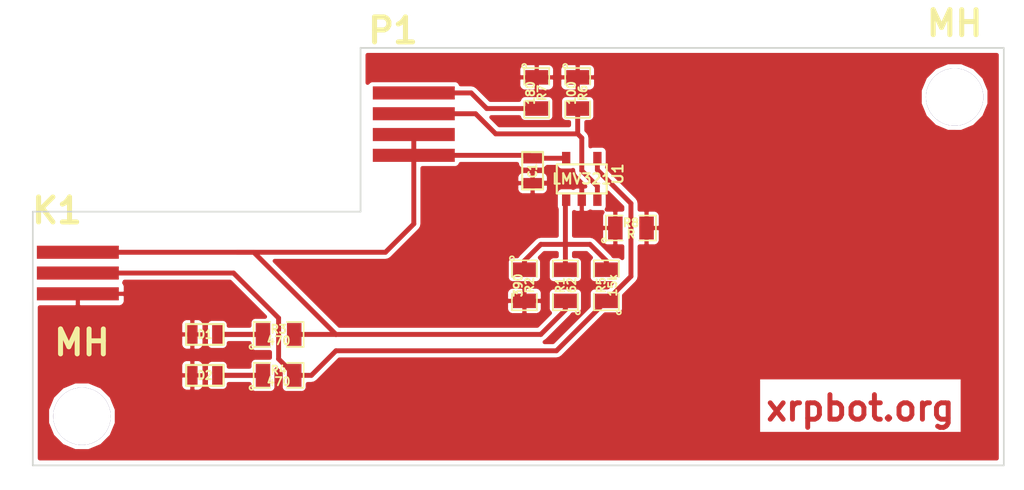
<source format=kicad_pcb>
(kicad_pcb (version 3) (host pcbnew "(2014-03-01 BZR 4730)-product")

  (general
    (links 26)
    (no_connects 1)
    (area 47.26617 64.622 151.98383 98.97446)
    (thickness 1.6)
    (drawings 8)
    (tracks 56)
    (zones 0)
    (modules 16)
    (nets 9)
  )

  (page A4)
  (layers
    (15 F.Cu signal)
    (0 B.Cu signal)
    (16 B.Adhes user)
    (17 F.Adhes user)
    (18 B.Paste user)
    (19 F.Paste user)
    (20 B.SilkS user)
    (21 F.SilkS user)
    (22 B.Mask user)
    (23 F.Mask user)
    (24 Dwgs.User user)
    (25 Cmts.User user)
    (26 Eco1.User user)
    (27 Eco2.User user)
    (28 Edge.Cuts user)
  )

  (setup
    (last_trace_width 0.3)
    (trace_clearance 0.254)
    (zone_clearance 0.254)
    (zone_45_only yes)
    (trace_min 0.254)
    (segment_width 0.2)
    (edge_width 0.1)
    (via_size 0.889)
    (via_drill 0.635)
    (via_min_size 0.889)
    (via_min_drill 0.508)
    (uvia_size 0.508)
    (uvia_drill 0.127)
    (uvias_allowed no)
    (uvia_min_size 0.508)
    (uvia_min_drill 0.127)
    (pcb_text_width 0.3)
    (pcb_text_size 1.5 1.5)
    (mod_edge_width 0.15)
    (mod_text_size 1 1)
    (mod_text_width 0.15)
    (pad_size 5.00126 0.8001)
    (pad_drill 0)
    (pad_to_mask_clearance 0)
    (aux_axis_origin 70 70)
    (grid_origin 70 70)
    (visible_elements FFFFFF7F)
    (pcbplotparams
      (layerselection 268435456)
      (usegerberextensions false)
      (excludeedgelayer true)
      (linewidth 0.150000)
      (plotframeref false)
      (viasonmask false)
      (mode 1)
      (useauxorigin false)
      (hpglpennumber 1)
      (hpglpenspeed 20)
      (hpglpendiameter 15)
      (hpglpenoverlay 2)
      (psnegative false)
      (psa4output false)
      (plotreference true)
      (plotvalue true)
      (plotothertext true)
      (plotinvisibletext false)
      (padsonsilk false)
      (subtractmaskfromsilk false)
      (outputformat 3)
      (mirror false)
      (drillshape 0)
      (scaleselection 1)
      (outputdirectory ""))
  )

  (net 0 "")
  (net 1 /Emitter-)
  (net 2 5V)
  (net 3 Detector-)
  (net 4 GND)
  (net 5 "Net-(D1-Pad1)")
  (net 6 "Net-(D2-Pad1)")
  (net 7 "Net-(R1-Pad2)")
  (net 8 OUT)

  (net_class Default "This is the default net class."
    (clearance 0.254)
    (trace_width 0.3)
    (via_dia 0.889)
    (via_drill 0.635)
    (uvia_dia 0.508)
    (uvia_drill 0.127)
    (add_net "")
    (add_net /Emitter-)
    (add_net 5V)
    (add_net Detector-)
    (add_net GND)
    (add_net "Net-(D1-Pad1)")
    (add_net "Net-(D2-Pad1)")
    (add_net "Net-(R1-Pad2)")
    (add_net OUT)
  )

  (module SMD_Packages:SM0603 (layer F.Cu) (tedit 53A1E630) (tstamp 53A1E68F)
    (at 80.5 87.5 180)
    (path /53A18D91)
    (attr smd)
    (fp_text reference D1 (at 0 0 180) (layer F.SilkS)
      (effects (font (size 0.508 0.4572) (thickness 0.1143)))
    )
    (fp_text value LED (at 0 0 180) (layer F.SilkS) hide
      (effects (font (size 0.508 0.4572) (thickness 0.1143)))
    )
    (fp_line (start -1.143 -0.635) (end 1.143 -0.635) (layer F.SilkS) (width 0.127))
    (fp_line (start 1.143 -0.635) (end 1.143 0.635) (layer F.SilkS) (width 0.127))
    (fp_line (start 1.143 0.635) (end -1.143 0.635) (layer F.SilkS) (width 0.127))
    (fp_line (start -1.143 0.635) (end -1.143 -0.635) (layer F.SilkS) (width 0.127))
    (pad 1 smd rect (at -0.762 0 180) (size 0.635 1.143) (layers F.Cu F.Paste F.Mask)
      (net 5 "Net-(D1-Pad1)"))
    (pad 2 smd rect (at 0.762 0 180) (size 0.635 1.143) (layers F.Cu F.Paste F.Mask)
      (net 4 GND))
    (model smd\resistors\R0603.wrl
      (at (xyz 0 0 0.001))
      (scale (xyz 0.5 0.5 0.5))
      (rotate (xyz 0 0 0))
    )
  )

  (module SMD_Packages:SM0603 (layer F.Cu) (tedit 53A1E630) (tstamp 53A1F9FC)
    (at 80.5 90 180)
    (path /53A18DA5)
    (attr smd)
    (fp_text reference D2 (at 0 0 180) (layer F.SilkS)
      (effects (font (size 0.508 0.4572) (thickness 0.1143)))
    )
    (fp_text value LED (at 0 0 180) (layer F.SilkS) hide
      (effects (font (size 0.508 0.4572) (thickness 0.1143)))
    )
    (fp_line (start -1.143 -0.635) (end 1.143 -0.635) (layer F.SilkS) (width 0.127))
    (fp_line (start 1.143 -0.635) (end 1.143 0.635) (layer F.SilkS) (width 0.127))
    (fp_line (start 1.143 0.635) (end -1.143 0.635) (layer F.SilkS) (width 0.127))
    (fp_line (start -1.143 0.635) (end -1.143 -0.635) (layer F.SilkS) (width 0.127))
    (pad 1 smd rect (at -0.762 0 180) (size 0.635 1.143) (layers F.Cu F.Paste F.Mask)
      (net 6 "Net-(D2-Pad1)"))
    (pad 2 smd rect (at 0.762 0 180) (size 0.635 1.143) (layers F.Cu F.Paste F.Mask)
      (net 4 GND))
    (model smd\resistors\R0603.wrl
      (at (xyz 0 0 0.001))
      (scale (xyz 0.5 0.5 0.5))
      (rotate (xyz 0 0 0))
    )
  )

  (module owncomp:FLATCONN_4 (layer F.Cu) (tedit 4F0DA6F5) (tstamp 53A1E6A1)
    (at 93.25 72.75 180)
    (path /53A18D1C)
    (fp_text reference P1 (at 1.27 3.81 180) (layer F.SilkS)
      (effects (font (thickness 0.3048)))
    )
    (fp_text value CONN_4 (at 1.27 6.35 180) (layer F.SilkS) hide
      (effects (font (thickness 0.3048)))
    )
    (pad 1 smd rect (at 0 -3.81 180) (size 5.00126 0.8001) (layers F.Cu F.Paste F.Mask)
      (net 2 5V))
    (pad 2 smd rect (at 0 -2.54 180) (size 5.00126 0.8001) (layers F.Cu F.Paste F.Mask)
      (net 2 5V))
    (pad 3 smd rect (at 0 -1.27 180) (size 5.00126 0.8001) (layers F.Cu F.Paste F.Mask)
      (net 3 Detector-))
    (pad 4 smd rect (at 0 0 180) (size 5.00126 0.8001) (layers F.Cu F.Paste F.Mask)
      (net 1 /Emitter-))
  )

  (module SMD_Packages:SM0805 (layer F.Cu) (tedit 53A1E630) (tstamp 53A1E6AE)
    (at 102.5 84.5 90)
    (path /53A19CF7)
    (attr smd)
    (fp_text reference R1 (at 0 -0.3175 90) (layer F.SilkS)
      (effects (font (size 0.50038 0.50038) (thickness 0.10922)))
    )
    (fp_text value 62 (at 0 0.381 90) (layer F.SilkS)
      (effects (font (size 0.50038 0.50038) (thickness 0.10922)))
    )
    (fp_circle (center -1.651 0.762) (end -1.651 0.635) (layer F.SilkS) (width 0.09906))
    (fp_line (start -0.508 0.762) (end -1.524 0.762) (layer F.SilkS) (width 0.09906))
    (fp_line (start -1.524 0.762) (end -1.524 -0.762) (layer F.SilkS) (width 0.09906))
    (fp_line (start -1.524 -0.762) (end -0.508 -0.762) (layer F.SilkS) (width 0.09906))
    (fp_line (start 0.508 -0.762) (end 1.524 -0.762) (layer F.SilkS) (width 0.09906))
    (fp_line (start 1.524 -0.762) (end 1.524 0.762) (layer F.SilkS) (width 0.09906))
    (fp_line (start 1.524 0.762) (end 0.508 0.762) (layer F.SilkS) (width 0.09906))
    (pad 1 smd rect (at -0.9525 0 90) (size 0.889 1.397) (layers F.Cu F.Paste F.Mask)
      (net 2 5V))
    (pad 2 smd rect (at 0.9525 0 90) (size 0.889 1.397) (layers F.Cu F.Paste F.Mask)
      (net 7 "Net-(R1-Pad2)"))
    (model smd/chip_cms.wrl
      (at (xyz 0 0 0))
      (scale (xyz 0.1 0.1 0.1))
      (rotate (xyz 0 0 0))
    )
  )

  (module SMD_Packages:SM0805 (layer F.Cu) (tedit 53A1E630) (tstamp 53A1E6BB)
    (at 100 84.5 270)
    (path /53A19D0B)
    (attr smd)
    (fp_text reference R2 (at 0 -0.3175 270) (layer F.SilkS)
      (effects (font (size 0.50038 0.50038) (thickness 0.10922)))
    )
    (fp_text value 390 (at 0 0.381 270) (layer F.SilkS)
      (effects (font (size 0.50038 0.50038) (thickness 0.10922)))
    )
    (fp_circle (center -1.651 0.762) (end -1.651 0.635) (layer F.SilkS) (width 0.09906))
    (fp_line (start -0.508 0.762) (end -1.524 0.762) (layer F.SilkS) (width 0.09906))
    (fp_line (start -1.524 0.762) (end -1.524 -0.762) (layer F.SilkS) (width 0.09906))
    (fp_line (start -1.524 -0.762) (end -0.508 -0.762) (layer F.SilkS) (width 0.09906))
    (fp_line (start 0.508 -0.762) (end 1.524 -0.762) (layer F.SilkS) (width 0.09906))
    (fp_line (start 1.524 -0.762) (end 1.524 0.762) (layer F.SilkS) (width 0.09906))
    (fp_line (start 1.524 0.762) (end 0.508 0.762) (layer F.SilkS) (width 0.09906))
    (pad 1 smd rect (at -0.9525 0 270) (size 0.889 1.397) (layers F.Cu F.Paste F.Mask)
      (net 7 "Net-(R1-Pad2)"))
    (pad 2 smd rect (at 0.9525 0 270) (size 0.889 1.397) (layers F.Cu F.Paste F.Mask)
      (net 4 GND))
    (model smd/chip_cms.wrl
      (at (xyz 0 0 0))
      (scale (xyz 0.1 0.1 0.1))
      (rotate (xyz 0 0 0))
    )
  )

  (module SMD_Packages:SM0805 (layer F.Cu) (tedit 53A1E630) (tstamp 53A1E6C8)
    (at 85 87.5)
    (path /53A18DB9)
    (attr smd)
    (fp_text reference R3 (at 0 -0.3175) (layer F.SilkS)
      (effects (font (size 0.50038 0.50038) (thickness 0.10922)))
    )
    (fp_text value 470 (at 0 0.381) (layer F.SilkS)
      (effects (font (size 0.50038 0.50038) (thickness 0.10922)))
    )
    (fp_circle (center -1.651 0.762) (end -1.651 0.635) (layer F.SilkS) (width 0.09906))
    (fp_line (start -0.508 0.762) (end -1.524 0.762) (layer F.SilkS) (width 0.09906))
    (fp_line (start -1.524 0.762) (end -1.524 -0.762) (layer F.SilkS) (width 0.09906))
    (fp_line (start -1.524 -0.762) (end -0.508 -0.762) (layer F.SilkS) (width 0.09906))
    (fp_line (start 0.508 -0.762) (end 1.524 -0.762) (layer F.SilkS) (width 0.09906))
    (fp_line (start 1.524 -0.762) (end 1.524 0.762) (layer F.SilkS) (width 0.09906))
    (fp_line (start 1.524 0.762) (end 0.508 0.762) (layer F.SilkS) (width 0.09906))
    (pad 1 smd rect (at -0.9525 0) (size 0.889 1.397) (layers F.Cu F.Paste F.Mask)
      (net 5 "Net-(D1-Pad1)"))
    (pad 2 smd rect (at 0.9525 0) (size 0.889 1.397) (layers F.Cu F.Paste F.Mask)
      (net 2 5V))
    (model smd/chip_cms.wrl
      (at (xyz 0 0 0))
      (scale (xyz 0.1 0.1 0.1))
      (rotate (xyz 0 0 0))
    )
  )

  (module SMD_Packages:SM0805 (layer F.Cu) (tedit 53A1E630) (tstamp 53A1E6D5)
    (at 85 90)
    (path /53A18DCD)
    (attr smd)
    (fp_text reference R4 (at 0 -0.3175) (layer F.SilkS)
      (effects (font (size 0.50038 0.50038) (thickness 0.10922)))
    )
    (fp_text value 470 (at 0 0.381) (layer F.SilkS)
      (effects (font (size 0.50038 0.50038) (thickness 0.10922)))
    )
    (fp_circle (center -1.651 0.762) (end -1.651 0.635) (layer F.SilkS) (width 0.09906))
    (fp_line (start -0.508 0.762) (end -1.524 0.762) (layer F.SilkS) (width 0.09906))
    (fp_line (start -1.524 0.762) (end -1.524 -0.762) (layer F.SilkS) (width 0.09906))
    (fp_line (start -1.524 -0.762) (end -0.508 -0.762) (layer F.SilkS) (width 0.09906))
    (fp_line (start 0.508 -0.762) (end 1.524 -0.762) (layer F.SilkS) (width 0.09906))
    (fp_line (start 1.524 -0.762) (end 1.524 0.762) (layer F.SilkS) (width 0.09906))
    (fp_line (start 1.524 0.762) (end 0.508 0.762) (layer F.SilkS) (width 0.09906))
    (pad 1 smd rect (at -0.9525 0) (size 0.889 1.397) (layers F.Cu F.Paste F.Mask)
      (net 6 "Net-(D2-Pad1)"))
    (pad 2 smd rect (at 0.9525 0) (size 0.889 1.397) (layers F.Cu F.Paste F.Mask)
      (net 8 OUT))
    (model smd/chip_cms.wrl
      (at (xyz 0 0 0))
      (scale (xyz 0.1 0.1 0.1))
      (rotate (xyz 0 0 0))
    )
  )

  (module SMD_Packages:SM0805 (layer F.Cu) (tedit 53A1E630) (tstamp 53A1E6E2)
    (at 105 84.5 90)
    (path /53A19674)
    (attr smd)
    (fp_text reference R5 (at 0 -0.3175 90) (layer F.SilkS)
      (effects (font (size 0.50038 0.50038) (thickness 0.10922)))
    )
    (fp_text value 15k (at 0 0.381 90) (layer F.SilkS)
      (effects (font (size 0.50038 0.50038) (thickness 0.10922)))
    )
    (fp_circle (center -1.651 0.762) (end -1.651 0.635) (layer F.SilkS) (width 0.09906))
    (fp_line (start -0.508 0.762) (end -1.524 0.762) (layer F.SilkS) (width 0.09906))
    (fp_line (start -1.524 0.762) (end -1.524 -0.762) (layer F.SilkS) (width 0.09906))
    (fp_line (start -1.524 -0.762) (end -0.508 -0.762) (layer F.SilkS) (width 0.09906))
    (fp_line (start 0.508 -0.762) (end 1.524 -0.762) (layer F.SilkS) (width 0.09906))
    (fp_line (start 1.524 -0.762) (end 1.524 0.762) (layer F.SilkS) (width 0.09906))
    (fp_line (start 1.524 0.762) (end 0.508 0.762) (layer F.SilkS) (width 0.09906))
    (pad 1 smd rect (at -0.9525 0 90) (size 0.889 1.397) (layers F.Cu F.Paste F.Mask)
      (net 8 OUT))
    (pad 2 smd rect (at 0.9525 0 90) (size 0.889 1.397) (layers F.Cu F.Paste F.Mask)
      (net 7 "Net-(R1-Pad2)"))
    (model smd/chip_cms.wrl
      (at (xyz 0 0 0))
      (scale (xyz 0.1 0.1 0.1))
      (rotate (xyz 0 0 0))
    )
  )

  (module SMD_Packages:SM0805 (layer F.Cu) (tedit 53A1E630) (tstamp 53A1E6EF)
    (at 103.25 72.75 270)
    (path /53A196A3)
    (attr smd)
    (fp_text reference R6 (at 0 -0.3175 270) (layer F.SilkS)
      (effects (font (size 0.50038 0.50038) (thickness 0.10922)))
    )
    (fp_text value 100 (at 0 0.381 270) (layer F.SilkS)
      (effects (font (size 0.50038 0.50038) (thickness 0.10922)))
    )
    (fp_circle (center -1.651 0.762) (end -1.651 0.635) (layer F.SilkS) (width 0.09906))
    (fp_line (start -0.508 0.762) (end -1.524 0.762) (layer F.SilkS) (width 0.09906))
    (fp_line (start -1.524 0.762) (end -1.524 -0.762) (layer F.SilkS) (width 0.09906))
    (fp_line (start -1.524 -0.762) (end -0.508 -0.762) (layer F.SilkS) (width 0.09906))
    (fp_line (start 0.508 -0.762) (end 1.524 -0.762) (layer F.SilkS) (width 0.09906))
    (fp_line (start 1.524 -0.762) (end 1.524 0.762) (layer F.SilkS) (width 0.09906))
    (fp_line (start 1.524 0.762) (end 0.508 0.762) (layer F.SilkS) (width 0.09906))
    (pad 1 smd rect (at -0.9525 0 270) (size 0.889 1.397) (layers F.Cu F.Paste F.Mask)
      (net 4 GND))
    (pad 2 smd rect (at 0.9525 0 270) (size 0.889 1.397) (layers F.Cu F.Paste F.Mask)
      (net 3 Detector-))
    (model smd/chip_cms.wrl
      (at (xyz 0 0 0))
      (scale (xyz 0.1 0.1 0.1))
      (rotate (xyz 0 0 0))
    )
  )

  (module SMD_Packages:SM0805 (layer F.Cu) (tedit 53A1E630) (tstamp 53A1E6FC)
    (at 100.75 72.75 270)
    (path /53A1975F)
    (attr smd)
    (fp_text reference R7 (at 0 -0.3175 270) (layer F.SilkS)
      (effects (font (size 0.50038 0.50038) (thickness 0.10922)))
    )
    (fp_text value 180 (at 0 0.381 270) (layer F.SilkS)
      (effects (font (size 0.50038 0.50038) (thickness 0.10922)))
    )
    (fp_circle (center -1.651 0.762) (end -1.651 0.635) (layer F.SilkS) (width 0.09906))
    (fp_line (start -0.508 0.762) (end -1.524 0.762) (layer F.SilkS) (width 0.09906))
    (fp_line (start -1.524 0.762) (end -1.524 -0.762) (layer F.SilkS) (width 0.09906))
    (fp_line (start -1.524 -0.762) (end -0.508 -0.762) (layer F.SilkS) (width 0.09906))
    (fp_line (start 0.508 -0.762) (end 1.524 -0.762) (layer F.SilkS) (width 0.09906))
    (fp_line (start 1.524 -0.762) (end 1.524 0.762) (layer F.SilkS) (width 0.09906))
    (fp_line (start 1.524 0.762) (end 0.508 0.762) (layer F.SilkS) (width 0.09906))
    (pad 1 smd rect (at -0.9525 0 270) (size 0.889 1.397) (layers F.Cu F.Paste F.Mask)
      (net 4 GND))
    (pad 2 smd rect (at 0.9525 0 270) (size 0.889 1.397) (layers F.Cu F.Paste F.Mask)
      (net 1 /Emitter-))
    (model smd/chip_cms.wrl
      (at (xyz 0 0 0))
      (scale (xyz 0.1 0.1 0.1))
      (rotate (xyz 0 0 0))
    )
  )

  (module SMD_Packages:SOT23-5 (layer F.Cu) (tedit 53A1E630) (tstamp 53A1E709)
    (at 103.5 78)
    (path /53A1964C)
    (attr smd)
    (fp_text reference U1 (at 2.19964 -0.29972 90) (layer F.SilkS)
      (effects (font (size 0.635 0.635) (thickness 0.127)))
    )
    (fp_text value LMV321 (at 0 0) (layer F.SilkS)
      (effects (font (size 0.635 0.635) (thickness 0.127)))
    )
    (fp_line (start 1.524 -0.889) (end 1.524 0.889) (layer F.SilkS) (width 0.127))
    (fp_line (start 1.524 0.889) (end -1.524 0.889) (layer F.SilkS) (width 0.127))
    (fp_line (start -1.524 0.889) (end -1.524 -0.889) (layer F.SilkS) (width 0.127))
    (fp_line (start -1.524 -0.889) (end 1.524 -0.889) (layer F.SilkS) (width 0.127))
    (pad 1 smd rect (at -0.9525 1.27) (size 0.508 0.762) (layers F.Cu F.Paste F.Mask)
      (net 7 "Net-(R1-Pad2)"))
    (pad 3 smd rect (at 0.9525 1.27) (size 0.508 0.762) (layers F.Cu F.Paste F.Mask)
      (net 3 Detector-))
    (pad 5 smd rect (at -0.9525 -1.27) (size 0.508 0.762) (layers F.Cu F.Paste F.Mask)
      (net 2 5V))
    (pad 2 smd rect (at 0 1.27) (size 0.508 0.762) (layers F.Cu F.Paste F.Mask)
      (net 4 GND))
    (pad 4 smd rect (at 0.9525 -1.27) (size 0.508 0.762) (layers F.Cu F.Paste F.Mask)
      (net 8 OUT))
    (model smd/SOT23_5.wrl
      (at (xyz 0 0 0))
      (scale (xyz 0.1 0.1 0.1))
      (rotate (xyz 0 0 0))
    )
  )

  (module owncomp:FLATCONN_3 (layer F.Cu) (tedit 53A1E6F2) (tstamp 53A1EC87)
    (at 72.75 83.75 180)
    (path /53A18D7D)
    (fp_text reference K1 (at 1.27 3.81 180) (layer F.SilkS)
      (effects (font (thickness 0.3048)))
    )
    (fp_text value CONN_3 (at 1.27 6.35 180) (layer F.SilkS) hide
      (effects (font (thickness 0.3048)))
    )
    (pad 1 smd rect (at 0 -1.27 180) (size 5.00126 0.8001) (layers F.Cu F.Paste F.Mask)
      (net 4 GND))
    (pad 2 smd rect (at 0 0 180) (size 5.00126 0.8001) (layers F.Cu F.Paste F.Mask)
      (net 8 OUT))
    (pad 3 smd rect (at 0 1.27 180) (size 5.00126 0.8001) (layers F.Cu F.Paste F.Mask)
      (net 2 5V))
  )

  (module Mounting_Holes:MountingHole_3-5mm (layer F.Cu) (tedit 53A1EA8F) (tstamp 53A1F9CD)
    (at 73 92.5)
    (descr "Mounting hole, Befestigungsbohrung, 3,5mm, No Annular, Kein Restring,")
    (tags "Mounting hole, Befestigungsbohrung, 3,5mm, No Annular, Kein Restring,")
    (fp_text reference MH (at 0 -4.50088) (layer F.SilkS)
      (effects (font (thickness 0.3048)))
    )
    (fp_text value MountingHole_3-5mm_RevA_Date21Jun2010 (at 0 5.00126) (layer F.SilkS) hide
      (effects (font (thickness 0.3048)))
    )
    (fp_circle (center 0 0) (end 3.50012 0) (layer Cmts.User) (width 0.381))
    (pad 1 thru_hole circle (at 0 0) (size 3.50012 3.50012) (drill 3.50012) (layers))
  )

  (module Mounting_Holes:MountingHole_3-5mm (layer F.Cu) (tedit 53A1EB59) (tstamp 53A1F9D3)
    (at 126.25 73)
    (descr "Mounting hole, Befestigungsbohrung, 3,5mm, No Annular, Kein Restring,")
    (tags "Mounting hole, Befestigungsbohrung, 3,5mm, No Annular, Kein Restring,")
    (fp_text reference MH (at 0 -4.50088) (layer F.SilkS)
      (effects (font (thickness 0.3048)))
    )
    (fp_text value MountingHole_3-5mm_RevA_Date21Jun2010 (at 0 5.00126) (layer F.SilkS) hide
      (effects (font (thickness 0.3048)))
    )
    (fp_circle (center 0 0) (end 3.50012 0) (layer Cmts.User) (width 0.381))
    (pad 1 thru_hole circle (at 0 0) (size 3.50012 3.50012) (drill 3.50012) (layers))
  )

  (module SMD_Packages:SM0603 (layer F.Cu) (tedit 53A1EF1A) (tstamp 53A1FB19)
    (at 100.5 77.5 270)
    (path /53A1F0FA)
    (attr smd)
    (fp_text reference C1 (at 0 0 270) (layer F.SilkS)
      (effects (font (size 0.508 0.4572) (thickness 0.1143)))
    )
    (fp_text value C (at 0 0 270) (layer F.SilkS) hide
      (effects (font (size 0.508 0.4572) (thickness 0.1143)))
    )
    (fp_line (start -1.143 -0.635) (end 1.143 -0.635) (layer F.SilkS) (width 0.127))
    (fp_line (start 1.143 -0.635) (end 1.143 0.635) (layer F.SilkS) (width 0.127))
    (fp_line (start 1.143 0.635) (end -1.143 0.635) (layer F.SilkS) (width 0.127))
    (fp_line (start -1.143 0.635) (end -1.143 -0.635) (layer F.SilkS) (width 0.127))
    (pad 1 smd rect (at -0.762 0 270) (size 0.635 1.143) (layers F.Cu F.Paste F.Mask)
      (net 2 5V))
    (pad 2 smd rect (at 0.762 0 270) (size 0.635 1.143) (layers F.Cu F.Paste F.Mask)
      (net 4 GND))
    (model smd\resistors\R0603.wrl
      (at (xyz 0 0 0.001))
      (scale (xyz 0.5 0.5 0.5))
      (rotate (xyz 0 0 0))
    )
  )

  (module SMD_Packages:SM0805 (layer F.Cu) (tedit 53A1F3CF) (tstamp 53A1FE1C)
    (at 106.5 81)
    (path /53A1F37F)
    (attr smd)
    (fp_text reference R8 (at 0 -0.3175) (layer F.SilkS)
      (effects (font (size 0.50038 0.50038) (thickness 0.10922)))
    )
    (fp_text value R (at 0 0.381) (layer F.SilkS)
      (effects (font (size 0.50038 0.50038) (thickness 0.10922)))
    )
    (fp_circle (center -1.651 0.762) (end -1.651 0.635) (layer F.SilkS) (width 0.09906))
    (fp_line (start -0.508 0.762) (end -1.524 0.762) (layer F.SilkS) (width 0.09906))
    (fp_line (start -1.524 0.762) (end -1.524 -0.762) (layer F.SilkS) (width 0.09906))
    (fp_line (start -1.524 -0.762) (end -0.508 -0.762) (layer F.SilkS) (width 0.09906))
    (fp_line (start 0.508 -0.762) (end 1.524 -0.762) (layer F.SilkS) (width 0.09906))
    (fp_line (start 1.524 -0.762) (end 1.524 0.762) (layer F.SilkS) (width 0.09906))
    (fp_line (start 1.524 0.762) (end 0.508 0.762) (layer F.SilkS) (width 0.09906))
    (pad 1 smd rect (at -0.9525 0) (size 0.889 1.397) (layers F.Cu F.Paste F.Mask)
      (net 4 GND))
    (pad 2 smd rect (at 0.9525 0) (size 0.889 1.397) (layers F.Cu F.Paste F.Mask)
      (net 4 GND))
    (model smd/chip_cms.wrl
      (at (xyz 0 0 0))
      (scale (xyz 0.1 0.1 0.1))
      (rotate (xyz 0 0 0))
    )
  )

  (gr_text xrpbot.org (at 120.5 92) (layer F.Cu)
    (effects (font (size 1.5 1.5) (thickness 0.3)))
  )
  (gr_line (start 90 80) (end 90 70) (angle 90) (layer Edge.Cuts) (width 0.1))
  (gr_line (start 70 80) (end 90 80) (angle 90) (layer Edge.Cuts) (width 0.1))
  (gr_line (start 70 95.5) (end 70 80) (angle 90) (layer Edge.Cuts) (width 0.1))
  (gr_line (start 90 70) (end 129.25 70) (angle 90) (layer Edge.Cuts) (width 0.1))
  (gr_line (start 70 95.5) (end 70 85.5) (angle 90) (layer Edge.Cuts) (width 0.1))
  (gr_line (start 70 95.5) (end 129.25 95.5) (angle 90) (layer Edge.Cuts) (width 0.1))
  (gr_line (start 129.25 70) (end 129.25 95.5) (angle 90) (layer Edge.Cuts) (width 0.1))

  (segment (start 93.25 72.75) (end 96.75 72.75) (width 0.3) (layer F.Cu) (net 1))
  (segment (start 97.7025 73.7025) (end 100.75 73.7025) (width 0.3) (layer F.Cu) (net 1) (tstamp 53A1FC3C))
  (segment (start 96.75 72.75) (end 97.7025 73.7025) (width 0.3) (layer F.Cu) (net 1) (tstamp 53A1FC3B))
  (segment (start 82.5 82.48) (end 83.48 82.48) (width 0.3) (layer F.Cu) (net 2))
  (segment (start 83.48 82.48) (end 88.5 87.5) (width 0.3) (layer F.Cu) (net 2) (tstamp 53A1FDD9))
  (segment (start 102.5 85.4525) (end 102.5 86) (width 0.3) (layer F.Cu) (net 2))
  (segment (start 102.5 86) (end 101 87.5) (width 0.3) (layer F.Cu) (net 2) (tstamp 53A1FD8D))
  (segment (start 101 87.5) (end 88.5 87.5) (width 0.3) (layer F.Cu) (net 2) (tstamp 53A1FD8E))
  (segment (start 88.5 87.5) (end 85.9525 87.5) (width 0.3) (layer F.Cu) (net 2) (tstamp 53A1FDDC))
  (segment (start 93.25 76.56) (end 100.322 76.56) (width 0.3) (layer F.Cu) (net 2))
  (segment (start 100.322 76.56) (end 100.5 76.738) (width 0.3) (layer F.Cu) (net 2) (tstamp 53A1FC45))
  (segment (start 100.5 76.738) (end 102.5395 76.738) (width 0.3) (layer F.Cu) (net 2))
  (segment (start 102.5395 76.738) (end 102.5475 76.73) (width 0.3) (layer F.Cu) (net 2) (tstamp 53A1FB2D))
  (segment (start 93.25 76.56) (end 93.25 75.29) (width 0.3) (layer F.Cu) (net 2))
  (segment (start 72.75 82.48) (end 82.5 82.48) (width 0.3) (layer F.Cu) (net 2))
  (segment (start 82.5 82.48) (end 91.52 82.48) (width 0.3) (layer F.Cu) (net 2) (tstamp 53A1FDD7))
  (segment (start 93.25 80.75) (end 93.25 76.56) (width 0.3) (layer F.Cu) (net 2) (tstamp 53A1FACE))
  (segment (start 91.52 82.48) (end 93.25 80.75) (width 0.3) (layer F.Cu) (net 2) (tstamp 53A1FACC))
  (segment (start 103.25 75.25) (end 98.25 75.25) (width 0.3) (layer F.Cu) (net 3))
  (segment (start 97.02 74.02) (end 93.25 74.02) (width 0.3) (layer F.Cu) (net 3) (tstamp 53A1FD36))
  (segment (start 98.25 75.25) (end 97.02 74.02) (width 0.3) (layer F.Cu) (net 3) (tstamp 53A1FD34))
  (segment (start 103.25 73.7025) (end 103.25 75.25) (width 0.3) (layer F.Cu) (net 3))
  (segment (start 104.4525 78.4525) (end 104.4525 79.27) (width 0.3) (layer F.Cu) (net 3) (tstamp 53A1FD31))
  (segment (start 103.5 77.5) (end 104.4525 78.4525) (width 0.3) (layer F.Cu) (net 3) (tstamp 53A1FD30))
  (segment (start 103.5 75.5) (end 103.5 77.5) (width 0.3) (layer F.Cu) (net 3) (tstamp 53A1FD2F))
  (segment (start 103.25 75.25) (end 103.5 75.5) (width 0.3) (layer F.Cu) (net 3) (tstamp 53A1FD2E))
  (segment (start 100.5 78.262) (end 103.262 78.262) (width 0.3) (layer F.Cu) (net 4))
  (segment (start 103.5 78.5) (end 103.5 79.27) (width 0.3) (layer F.Cu) (net 4) (tstamp 53A1FDA3))
  (segment (start 103.262 78.262) (end 103.5 78.5) (width 0.3) (layer F.Cu) (net 4) (tstamp 53A1FDA2))
  (segment (start 81.262 87.5) (end 84.0475 87.5) (width 0.3) (layer F.Cu) (net 5))
  (segment (start 83.5475 87.5) (end 81.262 87.5) (width 0.3) (layer F.Cu) (net 5))
  (segment (start 84.0475 90) (end 81.262 90) (width 0.3) (layer F.Cu) (net 6))
  (segment (start 83.5475 90) (end 81.262 90) (width 0.3) (layer F.Cu) (net 6))
  (segment (start 102.5 82) (end 102.5 79.3175) (width 0.3) (layer F.Cu) (net 7) (status 800000))
  (segment (start 102.5 79.3175) (end 102.5475 79.27) (width 0.3) (layer F.Cu) (net 7) (tstamp 53A1FE2B) (status C00000))
  (segment (start 102.5 82) (end 104 82) (width 0.3) (layer F.Cu) (net 7))
  (segment (start 105 83) (end 105 83.5475) (width 0.3) (layer F.Cu) (net 7) (tstamp 53A1FCD3))
  (segment (start 104 82) (end 105 83) (width 0.3) (layer F.Cu) (net 7) (tstamp 53A1FCD2))
  (segment (start 100 83.5475) (end 100 83) (width 0.3) (layer F.Cu) (net 7))
  (segment (start 101 82) (end 102.5 82) (width 0.3) (layer F.Cu) (net 7) (tstamp 53A1FCCD))
  (segment (start 100 83) (end 101 82) (width 0.3) (layer F.Cu) (net 7) (tstamp 53A1FCCC))
  (segment (start 102.5 82) (end 102.5 83.5475) (width 0.3) (layer F.Cu) (net 7) (tstamp 53A1FCD0))
  (segment (start 102.5 79.3175) (end 102.5475 79.27) (width 0.3) (layer F.Cu) (net 7) (tstamp 53A1FC1B))
  (segment (start 104.4525 76.73) (end 104.4525 77.4525) (width 0.3) (layer F.Cu) (net 8))
  (segment (start 106.5 83.9525) (end 105 85.4525) (width 0.3) (layer F.Cu) (net 8) (tstamp 53A1FDE7))
  (segment (start 106.5 79.5) (end 106.5 83.9525) (width 0.3) (layer F.Cu) (net 8) (tstamp 53A1FDE5))
  (segment (start 104.4525 77.4525) (end 106.5 79.5) (width 0.3) (layer F.Cu) (net 8) (tstamp 53A1FDE4))
  (segment (start 85.9525 90) (end 85.9525 89.9525) (width 0.3) (layer F.Cu) (net 8))
  (segment (start 82.25 83.75) (end 72.75 83.75) (width 0.3) (layer F.Cu) (net 8) (tstamp 53A1FD9E))
  (segment (start 85 86.5) (end 82.25 83.75) (width 0.3) (layer F.Cu) (net 8) (tstamp 53A1FD9C))
  (segment (start 85 89) (end 85 86.5) (width 0.3) (layer F.Cu) (net 8) (tstamp 53A1FD9B))
  (segment (start 85.9525 89.9525) (end 85 89) (width 0.3) (layer F.Cu) (net 8) (tstamp 53A1FD9A))
  (segment (start 85.9525 90) (end 87 90) (width 0.3) (layer F.Cu) (net 8))
  (segment (start 87 90) (end 88.5 88.5) (width 0.3) (layer F.Cu) (net 8) (tstamp 53A1FD95))
  (segment (start 101.9525 88.5) (end 105 85.4525) (width 0.3) (layer F.Cu) (net 8) (tstamp 53A1FCBE))
  (segment (start 88.5 88.5) (end 101.9525 88.5) (width 0.3) (layer F.Cu) (net 8) (tstamp 53A1FCBC))

  (zone (net 4) (net_name GND) (layer F.Cu) (tstamp 53A1FDA6) (hatch edge 0.508)
    (connect_pads (clearance 0.254))
    (min_thickness 0.254)
    (fill (arc_segments 16) (thermal_gap 0.3) (thermal_bridge_width 0.255))
    (polygon
      (pts
        (xy 130.5 69) (xy 130.5 97) (xy 68 97) (xy 68 69)
      )
    )
    (filled_polygon
      (pts
        (xy 105.969 82.834684) (xy 105.914319 82.780004) (xy 105.774285 82.722) (xy 105.622714 82.722) (xy 105.547 82.722)
        (xy 105.547 82.01875) (xy 105.547 81.0005) (xy 104.78275 81.0005) (xy 104.676 81.10725) (xy 104.676 81.613565)
        (xy 104.676 81.783436) (xy 104.741007 81.940376) (xy 104.861124 82.060493) (xy 105.018065 82.1255) (xy 105.44025 82.1255)
        (xy 105.547 82.01875) (xy 105.547 82.722) (xy 105.440603 82.722) (xy 105.375474 82.624527) (xy 105.375474 82.624526)
        (xy 105.37547 82.624523) (xy 104.375474 81.624526) (xy 104.203205 81.50942) (xy 104 81.469) (xy 103.031 81.469)
        (xy 103.031 80.024125) (xy 103.161065 80.078) (xy 103.39275 80.078) (xy 103.4995 79.97125) (xy 103.4995 79.2705)
        (xy 103.4795 79.2705) (xy 103.4795 79.2695) (xy 103.4995 79.2695) (xy 103.4995 78.56875) (xy 103.39275 78.462)
        (xy 103.161065 78.462) (xy 103.004124 78.527007) (xy 102.980413 78.550717) (xy 102.877285 78.508) (xy 102.725714 78.508)
        (xy 102.217714 78.508) (xy 102.07768 78.566004) (xy 101.970504 78.673181) (xy 101.9125 78.813215) (xy 101.9125 78.964786)
        (xy 101.9125 79.726786) (xy 101.969 79.863189) (xy 101.969 81.469) (xy 101.4985 81.469) (xy 101.4985 78.664435)
        (xy 101.4985 78.36925) (xy 101.4985 78.15475) (xy 101.4985 77.859565) (xy 101.433493 77.702624) (xy 101.313376 77.582507)
        (xy 101.156436 77.5175) (xy 100.986565 77.5175) (xy 100.60725 77.5175) (xy 100.5005 77.62425) (xy 100.5005 78.2615)
        (xy 101.39175 78.2615) (xy 101.4985 78.15475) (xy 101.4985 78.36925) (xy 101.39175 78.2625) (xy 100.5005 78.2625)
        (xy 100.5005 78.89975) (xy 100.60725 79.0065) (xy 100.986565 79.0065) (xy 101.156436 79.0065) (xy 101.313376 78.941493)
        (xy 101.433493 78.821376) (xy 101.4985 78.664435) (xy 101.4985 81.469) (xy 101.000005 81.469) (xy 101 81.468999)
        (xy 100.796795 81.50942) (xy 100.624526 81.624526) (xy 100.624523 81.624529) (xy 100.4995 81.749552) (xy 100.4995 78.89975)
        (xy 100.4995 78.2625) (xy 100.4995 78.2615) (xy 100.4995 77.62425) (xy 100.39275 77.5175) (xy 100.013435 77.5175)
        (xy 99.843564 77.5175) (xy 99.686624 77.582507) (xy 99.566507 77.702624) (xy 99.5015 77.859565) (xy 99.5015 78.15475)
        (xy 99.60825 78.2615) (xy 100.4995 78.2615) (xy 100.4995 78.2625) (xy 99.60825 78.2625) (xy 99.5015 78.36925)
        (xy 99.5015 78.664435) (xy 99.566507 78.821376) (xy 99.686624 78.941493) (xy 99.843564 79.0065) (xy 100.013435 79.0065)
        (xy 100.39275 79.0065) (xy 100.4995 78.89975) (xy 100.4995 81.749552) (xy 99.624526 82.624526) (xy 99.559396 82.722)
        (xy 99.225714 82.722) (xy 99.08568 82.780004) (xy 98.978504 82.887181) (xy 98.9205 83.027215) (xy 98.9205 83.178786)
        (xy 98.9205 84.067786) (xy 98.978504 84.20782) (xy 99.085681 84.314996) (xy 99.225715 84.373) (xy 99.377286 84.373)
        (xy 100.774286 84.373) (xy 100.91432 84.314996) (xy 101.021496 84.207819) (xy 101.0795 84.067785) (xy 101.0795 83.916214)
        (xy 101.0795 83.027214) (xy 101.021496 82.88718) (xy 100.942631 82.808316) (xy 101.219947 82.531) (xy 101.969 82.531)
        (xy 101.969 82.722) (xy 101.725714 82.722) (xy 101.58568 82.780004) (xy 101.478504 82.887181) (xy 101.4205 83.027215)
        (xy 101.4205 83.178786) (xy 101.4205 84.067786) (xy 101.478504 84.20782) (xy 101.585681 84.314996) (xy 101.725715 84.373)
        (xy 101.877286 84.373) (xy 103.274286 84.373) (xy 103.41432 84.314996) (xy 103.521496 84.207819) (xy 103.5795 84.067785)
        (xy 103.5795 83.916214) (xy 103.5795 83.027214) (xy 103.521496 82.88718) (xy 103.414319 82.780004) (xy 103.274285 82.722)
        (xy 103.122714 82.722) (xy 103.031 82.722) (xy 103.031 82.531) (xy 103.780052 82.531) (xy 104.057368 82.808315)
        (xy 103.978504 82.887181) (xy 103.9205 83.027215) (xy 103.9205 83.178786) (xy 103.9205 84.067786) (xy 103.978504 84.20782)
        (xy 104.085681 84.314996) (xy 104.225715 84.373) (xy 104.377286 84.373) (xy 105.328552 84.373) (xy 105.074552 84.627)
        (xy 104.225714 84.627) (xy 104.08568 84.685004) (xy 103.978504 84.792181) (xy 103.9205 84.932215) (xy 103.9205 85.083786)
        (xy 103.9205 85.781052) (xy 101.732551 87.969) (xy 101.235501 87.969) (xy 101.375474 87.875474) (xy 102.87547 86.375476)
        (xy 102.875473 86.375474) (xy 102.875474 86.375474) (xy 102.940603 86.278) (xy 103.274286 86.278) (xy 103.41432 86.219996)
        (xy 103.521496 86.112819) (xy 103.5795 85.972785) (xy 103.5795 85.821214) (xy 103.5795 84.932214) (xy 103.521496 84.79218)
        (xy 103.414319 84.685004) (xy 103.274285 84.627) (xy 103.122714 84.627) (xy 101.725714 84.627) (xy 101.58568 84.685004)
        (xy 101.478504 84.792181) (xy 101.4205 84.932215) (xy 101.4205 85.083786) (xy 101.4205 85.972786) (xy 101.478504 86.11282)
        (xy 101.557368 86.191683) (xy 101.1255 86.623551) (xy 101.1255 85.981935) (xy 101.1255 85.55975) (xy 101.1255 85.34525)
        (xy 101.1255 84.923065) (xy 101.060493 84.766124) (xy 100.940376 84.646007) (xy 100.783436 84.581) (xy 100.613565 84.581)
        (xy 100.10725 84.581) (xy 100.0005 84.68775) (xy 100.0005 85.452) (xy 101.01875 85.452) (xy 101.1255 85.34525)
        (xy 101.1255 85.55975) (xy 101.01875 85.453) (xy 100.0005 85.453) (xy 100.0005 86.21725) (xy 100.10725 86.324)
        (xy 100.613565 86.324) (xy 100.783436 86.324) (xy 100.940376 86.258993) (xy 101.060493 86.138876) (xy 101.1255 85.981935)
        (xy 101.1255 86.623551) (xy 100.780052 86.969) (xy 99.9995 86.969) (xy 99.9995 86.21725) (xy 99.9995 85.453)
        (xy 99.9995 85.452) (xy 99.9995 84.68775) (xy 99.89275 84.581) (xy 99.386435 84.581) (xy 99.216564 84.581)
        (xy 99.059624 84.646007) (xy 98.939507 84.766124) (xy 98.8745 84.923065) (xy 98.8745 85.34525) (xy 98.98125 85.452)
        (xy 99.9995 85.452) (xy 99.9995 85.453) (xy 98.98125 85.453) (xy 98.8745 85.55975) (xy 98.8745 85.981935)
        (xy 98.939507 86.138876) (xy 99.059624 86.258993) (xy 99.216564 86.324) (xy 99.386435 86.324) (xy 99.89275 86.324)
        (xy 99.9995 86.21725) (xy 99.9995 86.969) (xy 88.719948 86.969) (xy 84.761948 83.011) (xy 91.52 83.011)
        (xy 91.723205 82.97058) (xy 91.895474 82.855474) (xy 93.62547 81.125476) (xy 93.625473 81.125474) (xy 93.625474 81.125474)
        (xy 93.74058 80.953205) (xy 93.781 80.75) (xy 93.781 77.34105) (xy 95.826416 77.34105) (xy 95.96645 77.283046)
        (xy 96.073626 77.175869) (xy 96.108779 77.091) (xy 99.5475 77.091) (xy 99.5475 77.131286) (xy 99.605504 77.27132)
        (xy 99.712681 77.378496) (xy 99.852715 77.4365) (xy 100.004286 77.4365) (xy 101.147286 77.4365) (xy 101.28732 77.378496)
        (xy 101.394496 77.271319) (xy 101.395456 77.269) (xy 101.946554 77.269) (xy 101.970504 77.32682) (xy 102.077681 77.433996)
        (xy 102.217715 77.492) (xy 102.369286 77.492) (xy 102.877286 77.492) (xy 102.969 77.45401) (xy 102.969 77.5)
        (xy 103.00942 77.703205) (xy 103.124526 77.875474) (xy 103.711052 78.462) (xy 103.60725 78.462) (xy 103.5005 78.56875)
        (xy 103.5005 79.2695) (xy 103.5205 79.2695) (xy 103.5205 79.2705) (xy 103.5005 79.2705) (xy 103.5005 79.97125)
        (xy 103.60725 80.078) (xy 103.838935 80.078) (xy 103.995876 80.012993) (xy 104.019586 79.989282) (xy 104.122715 80.032)
        (xy 104.274286 80.032) (xy 104.768631 80.032) (xy 104.741007 80.059624) (xy 104.676 80.216564) (xy 104.676 80.386435)
        (xy 104.676 80.89275) (xy 104.78275 80.9995) (xy 105.547 80.9995) (xy 105.547 79.98125) (xy 105.44025 79.8745)
        (xy 105.021815 79.8745) (xy 105.029496 79.866819) (xy 105.0875 79.726785) (xy 105.0875 79.575214) (xy 105.0875 78.838448)
        (xy 105.969 79.719948) (xy 105.969 79.8745) (xy 105.65475 79.8745) (xy 105.548 79.98125) (xy 105.548 80.9995)
        (xy 105.568 80.9995) (xy 105.568 81.0005) (xy 105.548 81.0005) (xy 105.548 82.01875) (xy 105.65475 82.1255)
        (xy 105.969 82.1255) (xy 105.969 82.834684)
      )
    )
    (filled_polygon
      (pts
        (xy 128.819 95.069) (xy 128.381429 95.069) (xy 128.381429 72.577966) (xy 128.057678 71.794428) (xy 127.458725 71.194429)
        (xy 126.675754 70.869311) (xy 125.827966 70.868571) (xy 125.044428 71.192322) (xy 124.444429 71.791275) (xy 124.119311 72.574246)
        (xy 124.118571 73.422034) (xy 124.442322 74.205572) (xy 125.041275 74.805571) (xy 125.824246 75.130689) (xy 126.672034 75.131429)
        (xy 127.455572 74.807678) (xy 128.055571 74.208725) (xy 128.380689 73.425754) (xy 128.381429 72.577966) (xy 128.381429 95.069)
        (xy 126.745286 95.069) (xy 126.745286 93.581) (xy 126.745286 90.119) (xy 114.254714 90.119) (xy 114.254714 93.581)
        (xy 126.745286 93.581) (xy 126.745286 95.069) (xy 108.324 95.069) (xy 108.324 81.783436) (xy 108.324 81.613565)
        (xy 108.324 81.10725) (xy 108.324 80.89275) (xy 108.324 80.386435) (xy 108.324 80.216564) (xy 108.258993 80.059624)
        (xy 108.138876 79.939507) (xy 107.981935 79.8745) (xy 107.55975 79.8745) (xy 107.453 79.98125) (xy 107.453 80.9995)
        (xy 108.21725 80.9995) (xy 108.324 80.89275) (xy 108.324 81.10725) (xy 108.21725 81.0005) (xy 107.453 81.0005)
        (xy 107.453 82.01875) (xy 107.55975 82.1255) (xy 107.981935 82.1255) (xy 108.138876 82.060493) (xy 108.258993 81.940376)
        (xy 108.324 81.783436) (xy 108.324 95.069) (xy 80.4825 95.069) (xy 80.4825 90.656436) (xy 80.4825 90.486565)
        (xy 80.4825 90.10725) (xy 80.4825 89.89275) (xy 80.4825 89.513435) (xy 80.4825 89.343564) (xy 80.4825 88.156436)
        (xy 80.4825 87.986565) (xy 80.4825 87.60725) (xy 80.4825 87.39275) (xy 80.4825 87.013435) (xy 80.4825 86.843564)
        (xy 80.417493 86.686624) (xy 80.297376 86.566507) (xy 80.140435 86.5015) (xy 79.84525 86.5015) (xy 79.7385 86.60825)
        (xy 79.7385 87.4995) (xy 80.37575 87.4995) (xy 80.4825 87.39275) (xy 80.4825 87.60725) (xy 80.37575 87.5005)
        (xy 79.7385 87.5005) (xy 79.7385 88.39175) (xy 79.84525 88.4985) (xy 80.140435 88.4985) (xy 80.297376 88.433493)
        (xy 80.417493 88.313376) (xy 80.4825 88.156436) (xy 80.4825 89.343564) (xy 80.417493 89.186624) (xy 80.297376 89.066507)
        (xy 80.140435 89.0015) (xy 79.84525 89.0015) (xy 79.7385 89.10825) (xy 79.7385 89.9995) (xy 80.37575 89.9995)
        (xy 80.4825 89.89275) (xy 80.4825 90.10725) (xy 80.37575 90.0005) (xy 79.7385 90.0005) (xy 79.7385 90.89175)
        (xy 79.84525 90.9985) (xy 80.140435 90.9985) (xy 80.297376 90.933493) (xy 80.417493 90.813376) (xy 80.4825 90.656436)
        (xy 80.4825 95.069) (xy 79.7375 95.069) (xy 79.7375 90.89175) (xy 79.7375 90.0005) (xy 79.7375 89.9995)
        (xy 79.7375 89.10825) (xy 79.7375 88.39175) (xy 79.7375 87.5005) (xy 79.7375 87.4995) (xy 79.7375 86.60825)
        (xy 79.63075 86.5015) (xy 79.335565 86.5015) (xy 79.178624 86.566507) (xy 79.058507 86.686624) (xy 78.9935 86.843564)
        (xy 78.9935 87.013435) (xy 78.9935 87.39275) (xy 79.10025 87.4995) (xy 79.7375 87.4995) (xy 79.7375 87.5005)
        (xy 79.10025 87.5005) (xy 78.9935 87.60725) (xy 78.9935 87.986565) (xy 78.9935 88.156436) (xy 79.058507 88.313376)
        (xy 79.178624 88.433493) (xy 79.335565 88.4985) (xy 79.63075 88.4985) (xy 79.7375 88.39175) (xy 79.7375 89.10825)
        (xy 79.63075 89.0015) (xy 79.335565 89.0015) (xy 79.178624 89.066507) (xy 79.058507 89.186624) (xy 78.9935 89.343564)
        (xy 78.9935 89.513435) (xy 78.9935 89.89275) (xy 79.10025 89.9995) (xy 79.7375 89.9995) (xy 79.7375 90.0005)
        (xy 79.10025 90.0005) (xy 78.9935 90.10725) (xy 78.9935 90.486565) (xy 78.9935 90.656436) (xy 79.058507 90.813376)
        (xy 79.178624 90.933493) (xy 79.335565 90.9985) (xy 79.63075 90.9985) (xy 79.7375 90.89175) (xy 79.7375 95.069)
        (xy 75.67763 95.069) (xy 75.67763 85.504986) (xy 75.67763 85.335115) (xy 75.67763 85.12725) (xy 75.57088 85.0205)
        (xy 72.7505 85.0205) (xy 72.7505 85.7403) (xy 72.85725 85.84705) (xy 75.335565 85.84705) (xy 75.492506 85.782043)
        (xy 75.612623 85.661926) (xy 75.67763 85.504986) (xy 75.67763 95.069) (xy 75.131429 95.069) (xy 75.131429 92.077966)
        (xy 74.807678 91.294428) (xy 74.208725 90.694429) (xy 73.425754 90.369311) (xy 72.577966 90.368571) (xy 71.794428 90.692322)
        (xy 71.194429 91.291275) (xy 70.869311 92.074246) (xy 70.868571 92.922034) (xy 71.192322 93.705572) (xy 71.791275 94.305571)
        (xy 72.574246 94.630689) (xy 73.422034 94.631429) (xy 74.205572 94.307678) (xy 74.805571 93.708725) (xy 75.130689 92.925754)
        (xy 75.131429 92.077966) (xy 75.131429 95.069) (xy 70.431 95.069) (xy 70.431 85.84705) (xy 72.64275 85.84705)
        (xy 72.7495 85.7403) (xy 72.7495 85.0205) (xy 72.7295 85.0205) (xy 72.7295 85.0195) (xy 72.7495 85.0195)
        (xy 72.7495 84.9995) (xy 72.7505 84.9995) (xy 72.7505 85.0195) (xy 75.57088 85.0195) (xy 75.67763 84.91275)
        (xy 75.67763 84.704885) (xy 75.67763 84.535014) (xy 75.612623 84.378074) (xy 75.581473 84.346924) (xy 75.608779 84.281)
        (xy 82.030052 84.281) (xy 84.169552 86.4205) (xy 83.527214 86.4205) (xy 83.38718 86.478504) (xy 83.280004 86.585681)
        (xy 83.222 86.725715) (xy 83.222 86.877286) (xy 83.222 86.969) (xy 81.9605 86.969) (xy 81.9605 86.852714)
        (xy 81.902496 86.71268) (xy 81.795319 86.605504) (xy 81.655285 86.5475) (xy 81.503714 86.5475) (xy 80.868714 86.5475)
        (xy 80.72868 86.605504) (xy 80.621504 86.712681) (xy 80.5635 86.852715) (xy 80.5635 87.004286) (xy 80.5635 88.147286)
        (xy 80.621504 88.28732) (xy 80.728681 88.394496) (xy 80.868715 88.4525) (xy 81.020286 88.4525) (xy 81.655286 88.4525)
        (xy 81.79532 88.394496) (xy 81.902496 88.287319) (xy 81.9605 88.147285) (xy 81.9605 88.031) (xy 83.222 88.031)
        (xy 83.222 88.274286) (xy 83.280004 88.41432) (xy 83.387181 88.521496) (xy 83.527215 88.5795) (xy 83.678786 88.5795)
        (xy 84.469 88.5795) (xy 84.469 88.9205) (xy 84.416214 88.9205) (xy 83.527214 88.9205) (xy 83.38718 88.978504)
        (xy 83.280004 89.085681) (xy 83.222 89.225715) (xy 83.222 89.377286) (xy 83.222 89.469) (xy 81.9605 89.469)
        (xy 81.9605 89.352714) (xy 81.902496 89.21268) (xy 81.795319 89.105504) (xy 81.655285 89.0475) (xy 81.503714 89.0475)
        (xy 80.868714 89.0475) (xy 80.72868 89.105504) (xy 80.621504 89.212681) (xy 80.5635 89.352715) (xy 80.5635 89.504286)
        (xy 80.5635 90.647286) (xy 80.621504 90.78732) (xy 80.728681 90.894496) (xy 80.868715 90.9525) (xy 81.020286 90.9525)
        (xy 81.655286 90.9525) (xy 81.79532 90.894496) (xy 81.902496 90.787319) (xy 81.9605 90.647285) (xy 81.9605 90.531)
        (xy 83.222 90.531) (xy 83.222 90.774286) (xy 83.280004 90.91432) (xy 83.387181 91.021496) (xy 83.527215 91.0795)
        (xy 83.678786 91.0795) (xy 84.567786 91.0795) (xy 84.70782 91.021496) (xy 84.814996 90.914319) (xy 84.873 90.774285)
        (xy 84.873 90.622714) (xy 84.873 89.623947) (xy 85.127 89.877947) (xy 85.127 90.774286) (xy 85.185004 90.91432)
        (xy 85.292181 91.021496) (xy 85.432215 91.0795) (xy 85.583786 91.0795) (xy 86.472786 91.0795) (xy 86.61282 91.021496)
        (xy 86.719996 90.914319) (xy 86.778 90.774285) (xy 86.778 90.622714) (xy 86.778 90.531) (xy 87 90.531)
        (xy 87.203205 90.49058) (xy 87.375474 90.375474) (xy 88.719947 89.031) (xy 101.9525 89.031) (xy 102.155705 88.99058)
        (xy 102.327974 88.875474) (xy 104.925448 86.278) (xy 105.774286 86.278) (xy 105.91432 86.219996) (xy 106.021496 86.112819)
        (xy 106.0795 85.972785) (xy 106.0795 85.821214) (xy 106.0795 85.123947) (xy 106.87547 84.327976) (xy 106.875473 84.327974)
        (xy 106.875474 84.327974) (xy 106.99058 84.155705) (xy 107.031 83.9525) (xy 107.031 82.1255) (xy 107.34525 82.1255)
        (xy 107.452 82.01875) (xy 107.452 81.0005) (xy 107.432 81.0005) (xy 107.432 80.9995) (xy 107.452 80.9995)
        (xy 107.452 79.98125) (xy 107.34525 79.8745) (xy 107.031 79.8745) (xy 107.031 79.5) (xy 106.99058 79.296795)
        (xy 106.875474 79.124526) (xy 105.043634 77.292686) (xy 105.0875 77.186785) (xy 105.0875 77.035214) (xy 105.0875 76.273214)
        (xy 105.029496 76.13318) (xy 104.922319 76.026004) (xy 104.782285 75.968) (xy 104.630714 75.968) (xy 104.3755 75.968)
        (xy 104.3755 72.326935) (xy 104.3755 71.90475) (xy 104.3755 71.69025) (xy 104.3755 71.268065) (xy 104.310493 71.111124)
        (xy 104.190376 70.991007) (xy 104.033436 70.926) (xy 103.863565 70.926) (xy 103.35725 70.926) (xy 103.2505 71.03275)
        (xy 103.2505 71.797) (xy 104.26875 71.797) (xy 104.3755 71.69025) (xy 104.3755 71.90475) (xy 104.26875 71.798)
        (xy 103.2505 71.798) (xy 103.2505 72.56225) (xy 103.35725 72.669) (xy 103.863565 72.669) (xy 104.033436 72.669)
        (xy 104.190376 72.603993) (xy 104.310493 72.483876) (xy 104.3755 72.326935) (xy 104.3755 75.968) (xy 104.122714 75.968)
        (xy 104.031 76.005989) (xy 104.031 75.5) (xy 103.99058 75.296795) (xy 103.875474 75.124526) (xy 103.87547 75.124523)
        (xy 103.781 75.030052) (xy 103.781 74.528) (xy 104.024286 74.528) (xy 104.16432 74.469996) (xy 104.271496 74.362819)
        (xy 104.3295 74.222785) (xy 104.3295 74.071214) (xy 104.3295 73.182214) (xy 104.271496 73.04218) (xy 104.164319 72.935004)
        (xy 104.024285 72.877) (xy 103.872714 72.877) (xy 103.2495 72.877) (xy 103.2495 72.56225) (xy 103.2495 71.798)
        (xy 103.2495 71.797) (xy 103.2495 71.03275) (xy 103.14275 70.926) (xy 102.636435 70.926) (xy 102.466564 70.926)
        (xy 102.309624 70.991007) (xy 102.189507 71.111124) (xy 102.1245 71.268065) (xy 102.1245 71.69025) (xy 102.23125 71.797)
        (xy 103.2495 71.797) (xy 103.2495 71.798) (xy 102.23125 71.798) (xy 102.1245 71.90475) (xy 102.1245 72.326935)
        (xy 102.189507 72.483876) (xy 102.309624 72.603993) (xy 102.466564 72.669) (xy 102.636435 72.669) (xy 103.14275 72.669)
        (xy 103.2495 72.56225) (xy 103.2495 72.877) (xy 102.475714 72.877) (xy 102.33568 72.935004) (xy 102.228504 73.042181)
        (xy 102.1705 73.182215) (xy 102.1705 73.333786) (xy 102.1705 74.222786) (xy 102.228504 74.36282) (xy 102.335681 74.469996)
        (xy 102.475715 74.528) (xy 102.627286 74.528) (xy 102.719 74.528) (xy 102.719 74.719) (xy 101.8755 74.719)
        (xy 101.8755 72.326935) (xy 101.8755 71.90475) (xy 101.8755 71.69025) (xy 101.8755 71.268065) (xy 101.810493 71.111124)
        (xy 101.690376 70.991007) (xy 101.533436 70.926) (xy 101.363565 70.926) (xy 100.85725 70.926) (xy 100.7505 71.03275)
        (xy 100.7505 71.797) (xy 101.76875 71.797) (xy 101.8755 71.69025) (xy 101.8755 71.90475) (xy 101.76875 71.798)
        (xy 100.7505 71.798) (xy 100.7505 72.56225) (xy 100.85725 72.669) (xy 101.363565 72.669) (xy 101.533436 72.669)
        (xy 101.690376 72.603993) (xy 101.810493 72.483876) (xy 101.8755 72.326935) (xy 101.8755 74.719) (xy 98.469947 74.719)
        (xy 97.984447 74.2335) (xy 99.674937 74.2335) (xy 99.728504 74.36282) (xy 99.835681 74.469996) (xy 99.975715 74.528)
        (xy 100.127286 74.528) (xy 101.524286 74.528) (xy 101.66432 74.469996) (xy 101.771496 74.362819) (xy 101.8295 74.222785)
        (xy 101.8295 74.071214) (xy 101.8295 73.182214) (xy 101.771496 73.04218) (xy 101.664319 72.935004) (xy 101.524285 72.877)
        (xy 101.372714 72.877) (xy 100.7495 72.877) (xy 100.7495 72.56225) (xy 100.7495 71.798) (xy 100.7495 71.797)
        (xy 100.7495 71.03275) (xy 100.64275 70.926) (xy 100.136435 70.926) (xy 99.966564 70.926) (xy 99.809624 70.991007)
        (xy 99.689507 71.111124) (xy 99.6245 71.268065) (xy 99.6245 71.69025) (xy 99.73125 71.797) (xy 100.7495 71.797)
        (xy 100.7495 71.798) (xy 99.73125 71.798) (xy 99.6245 71.90475) (xy 99.6245 72.326935) (xy 99.689507 72.483876)
        (xy 99.809624 72.603993) (xy 99.966564 72.669) (xy 100.136435 72.669) (xy 100.64275 72.669) (xy 100.7495 72.56225)
        (xy 100.7495 72.877) (xy 99.975714 72.877) (xy 99.83568 72.935004) (xy 99.728504 73.042181) (xy 99.674938 73.1715)
        (xy 97.922447 73.1715) (xy 97.125474 72.374526) (xy 96.953205 72.25942) (xy 96.75 72.219) (xy 96.10878 72.219)
        (xy 96.073626 72.13413) (xy 95.966449 72.026954) (xy 95.826415 71.96895) (xy 95.674844 71.96895) (xy 90.673584 71.96895)
        (xy 90.53355 72.026954) (xy 90.431 72.129504) (xy 90.431 70.431) (xy 128.819 70.431) (xy 128.819 95.069)
      )
    )
  )
)

</source>
